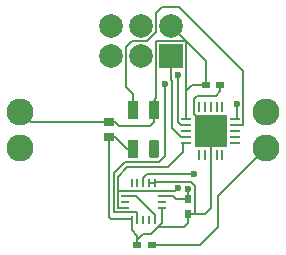
<source format=gbl>
G04 Layer_Physical_Order=2*
G04 Layer_Color=11436288*
%FSLAX24Y24*%
%MOIN*%
G70*
G01*
G75*
%ADD11C,0.0063*%
%ADD12C,0.0787*%
%ADD13R,0.0787X0.0787*%
%ADD14C,0.0900*%
%ADD15C,0.0236*%
%ADD16C,0.0197*%
%ADD17R,0.0280X0.0240*%
%ADD18R,0.0335X0.0630*%
G04:AMPARAMS|DCode=19|XSize=63mil|YSize=33.5mil|CornerRadius=8.4mil|HoleSize=0mil|Usage=FLASHONLY|Rotation=90.000|XOffset=0mil|YOffset=0mil|HoleType=Round|Shape=RoundedRectangle|*
%AMROUNDEDRECTD19*
21,1,0.0630,0.0167,0,0,90.0*
21,1,0.0463,0.0335,0,0,90.0*
1,1,0.0167,0.0084,0.0231*
1,1,0.0167,0.0084,-0.0231*
1,1,0.0167,-0.0084,-0.0231*
1,1,0.0167,-0.0084,0.0231*
%
%ADD19ROUNDEDRECTD19*%
%ADD20O,0.0276X0.0098*%
%ADD21O,0.0098X0.0276*%
%ADD22R,0.0240X0.0280*%
%ADD23R,0.0354X0.0315*%
%ADD24R,0.1063X0.1063*%
%ADD25O,0.0098X0.0354*%
%ADD26O,0.0354X0.0098*%
D11*
X25659Y23790D02*
X26073D01*
X25836Y23180D02*
X25897D01*
X25836D02*
X25866Y23150D01*
X25650Y23366D02*
X25836Y23180D01*
X25333Y20823D02*
X25689D01*
X25118D02*
X25333D01*
X25340Y20830D01*
X25330Y20820D02*
X25333Y20823D01*
X24240Y20500D02*
Y21024D01*
X25118Y20820D02*
Y20823D01*
Y20500D02*
Y20820D01*
X25330D01*
X24016Y21887D02*
X25203D01*
X24110Y20370D02*
X24240Y20500D01*
X22557Y20640D02*
X23228D01*
X23421Y19940D02*
Y20090D01*
Y19764D02*
Y19940D01*
X24930Y22860D02*
Y23189D01*
X22770Y21560D02*
Y22040D01*
Y21034D02*
Y21560D01*
X25040Y24908D02*
Y26560D01*
Y23976D02*
Y24908D01*
X26730Y23976D02*
Y24470D01*
X26185Y24900D02*
Y25118D01*
X26035Y24750D02*
X26185Y24900D01*
X25425Y24750D02*
X26035D01*
X25300Y24625D02*
X25425Y24750D01*
X25300Y24149D02*
Y24625D01*
Y24149D02*
X25650Y23799D01*
X24988Y20370D02*
X25118Y20500D01*
X24110Y20370D02*
X24988D01*
X23865Y20125D02*
X24110Y20370D01*
X23421Y19940D02*
X23606Y20125D01*
X24345Y22750D02*
Y25148D01*
X24135Y22540D02*
X24345Y22750D01*
X23000Y22540D02*
X24135D01*
X22640Y22180D02*
X23000Y22540D01*
X22640Y20884D02*
Y22180D01*
Y20884D02*
X22650Y20874D01*
X23392D01*
X23425Y20840D01*
Y20610D02*
Y20840D01*
X22770Y21560D02*
X22780Y21570D01*
X24690D01*
X24790Y21670D01*
X24875Y23386D02*
X25059D01*
X24585Y23676D02*
X24875Y23386D01*
X24585Y23676D02*
Y25225D01*
X24543Y25267D02*
X24585Y25225D01*
X24543Y25267D02*
Y26075D01*
X19876Y23868D02*
X22480D01*
X19522Y24222D02*
X19876Y23868D01*
X25705Y25118D02*
Y25913D01*
X24543Y27075D02*
X25705Y25913D01*
X25118Y21303D02*
Y21630D01*
X26673Y23976D02*
X26730D01*
X23012Y21417D02*
X23383D01*
X24016Y20784D01*
Y20610D02*
Y20784D01*
X25340Y20830D02*
Y21750D01*
X25203Y21887D02*
X25340Y21750D01*
X24016Y21831D02*
Y21887D01*
X24232Y21024D02*
X24240D01*
X23606Y20125D02*
X23865D01*
X23622Y21831D02*
Y22022D01*
X23750Y22150D01*
X25310D01*
X24875Y23780D02*
X25059D01*
X24781Y23874D02*
X24875Y23780D01*
X24781Y23874D02*
Y25435D01*
X25040Y23976D02*
X25059D01*
X25030Y26570D02*
X25040Y26560D01*
X24060Y26570D02*
X25030D01*
X24050Y26560D02*
X24060Y26570D01*
X24050Y24663D02*
Y26560D01*
X23967Y24580D02*
X24050Y24663D01*
X23967Y24272D02*
Y24580D01*
X24930Y23189D02*
X25059D01*
X24430Y22360D02*
X24930Y22860D01*
X23090Y22360D02*
X24430D01*
X22770Y22040D02*
X23090Y22360D01*
X22770Y21034D02*
X22780Y21024D01*
X23012D01*
X23228Y20610D02*
Y20640D01*
X22480Y20717D02*
X22557Y20640D01*
X22480Y20717D02*
Y23376D01*
X25866Y22776D02*
Y23150D01*
X25040Y24908D02*
X25250Y25118D01*
X25705D01*
X25650Y23366D02*
X25866Y23583D01*
X26073Y23790D02*
X26083Y23799D01*
X25650D02*
X25659Y23790D01*
X25897Y23180D02*
X26083Y23366D01*
X26673Y23780D02*
X26940D01*
X26950Y23790D01*
Y25590D01*
X24820Y27720D02*
X26950Y25590D01*
X24250Y27720D02*
X24820D01*
X24035Y27505D02*
X24250Y27720D01*
X24035Y26871D02*
Y27505D01*
X23735Y26570D02*
X24035Y26871D01*
X23245Y26570D02*
X23735D01*
X23050Y26375D02*
X23245Y26570D01*
X23050Y25040D02*
Y26375D01*
Y25040D02*
X23278Y24812D01*
Y24272D02*
Y24812D01*
X23901Y19764D02*
X25520D01*
X26120Y20364D01*
Y21420D01*
X27722Y23022D01*
X25866Y21000D02*
Y22776D01*
X25689Y20823D02*
X25866Y21000D01*
X22480Y23868D02*
X22682D01*
X22800Y23750D01*
X23842D01*
X23967Y23875D01*
Y24272D01*
X23074Y22972D02*
X23278D01*
X22670Y23376D02*
X23074Y22972D01*
X22480Y23376D02*
X22670D01*
X23819Y21831D02*
X24016D01*
X23228Y20283D02*
Y20610D01*
Y20283D02*
X23421Y20090D01*
X24724Y21303D02*
X25118D01*
X24610Y21417D02*
X24724Y21303D01*
X24232Y21417D02*
X24610D01*
D12*
X24543Y27075D02*
D03*
X23543Y26075D02*
D03*
Y27075D02*
D03*
X22543D02*
D03*
Y26075D02*
D03*
D13*
X24543D02*
D03*
D14*
X19522Y24222D02*
D03*
Y23022D02*
D03*
X27722D02*
D03*
Y24222D02*
D03*
D15*
X24345Y25148D02*
D03*
X24790Y21670D02*
D03*
X25118Y21630D02*
D03*
X26730Y24470D02*
D03*
X25310Y22150D02*
D03*
X24781Y25435D02*
D03*
D16*
X25650Y23366D02*
D03*
X26083D02*
D03*
X25650Y23799D02*
D03*
X26083D02*
D03*
D17*
X25705Y25118D02*
D03*
X26185D02*
D03*
X23421Y19764D02*
D03*
X23901D02*
D03*
D18*
X23967Y24272D02*
D03*
X23278D02*
D03*
Y22972D02*
D03*
D19*
X23967D02*
D03*
D20*
X24232Y21024D02*
D03*
Y21220D02*
D03*
Y21417D02*
D03*
X23012D02*
D03*
Y21220D02*
D03*
Y21024D02*
D03*
D21*
X24016Y21831D02*
D03*
X23819D02*
D03*
X23622D02*
D03*
X23425D02*
D03*
X23228D02*
D03*
Y20610D02*
D03*
X23425D02*
D03*
X23622D02*
D03*
X23819D02*
D03*
X24016D02*
D03*
D22*
X25118Y21303D02*
D03*
Y20823D02*
D03*
D23*
X22480Y23376D02*
D03*
Y23868D02*
D03*
D24*
X25866Y23583D02*
D03*
D25*
X26260Y24390D02*
D03*
X26063D02*
D03*
X25866D02*
D03*
X25669D02*
D03*
X25472D02*
D03*
Y22776D02*
D03*
X25669D02*
D03*
X25866D02*
D03*
X26063D02*
D03*
X26260D02*
D03*
D26*
X25059Y23976D02*
D03*
Y23780D02*
D03*
Y23583D02*
D03*
Y23386D02*
D03*
Y23189D02*
D03*
X26673D02*
D03*
Y23386D02*
D03*
Y23583D02*
D03*
Y23780D02*
D03*
Y23976D02*
D03*
M02*

</source>
